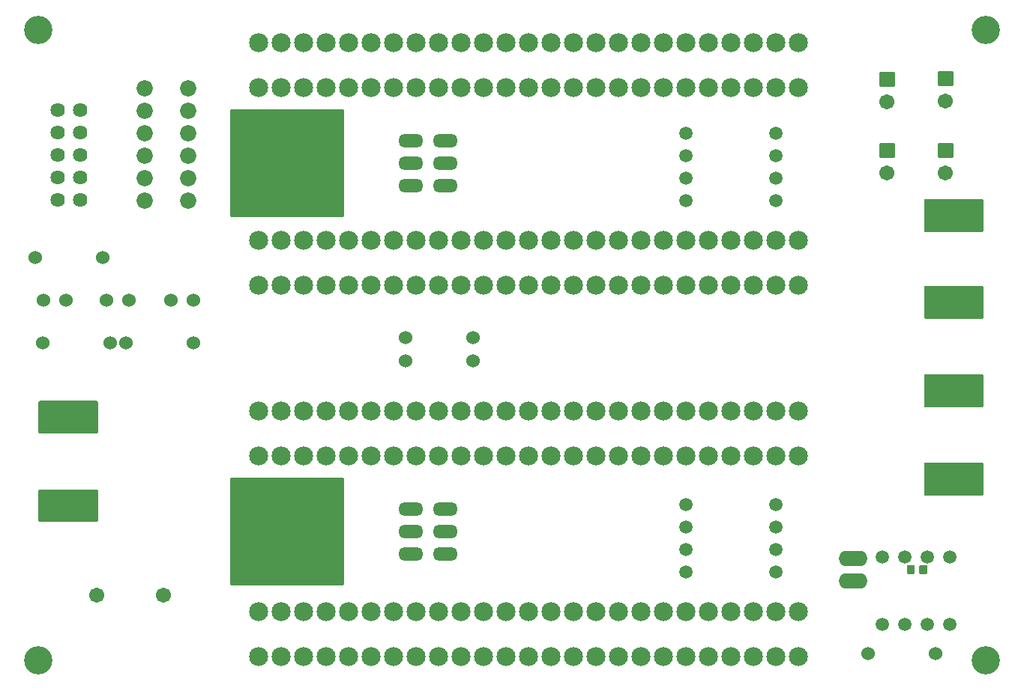
<source format=gbr>
%TF.GenerationSoftware,KiCad,Pcbnew,(5.1.10)-1*%
%TF.CreationDate,2022-07-08T17:57:12+09:00*%
%TF.ProjectId,PowerUnit-Bseries(ver1.0),506f7765-7255-46e6-9974-2d4273657269,rev?*%
%TF.SameCoordinates,Original*%
%TF.FileFunction,Soldermask,Bot*%
%TF.FilePolarity,Negative*%
%FSLAX46Y46*%
G04 Gerber Fmt 4.6, Leading zero omitted, Abs format (unit mm)*
G04 Created by KiCad (PCBNEW (5.1.10)-1) date 2022-07-08 17:57:12*
%MOMM*%
%LPD*%
G01*
G04 APERTURE LIST*
%ADD10C,1.524000*%
%ADD11C,1.711200*%
%ADD12C,2.153200*%
%ADD13C,1.841500*%
%ADD14O,3.251200X1.727200*%
%ADD15C,1.511200*%
%ADD16C,1.625600*%
%ADD17O,2.819200X1.511200*%
%ADD18C,3.200000*%
G04 APERTURE END LIST*
D10*
%TO.C,R6*%
X188830000Y-139740000D03*
X196450000Y-139740000D03*
%TD*%
D11*
%TO.C,C1*%
X109224100Y-133105600D03*
X101724100Y-133105600D03*
%TD*%
%TO.C,C2*%
G36*
G01*
X194614500Y-130614600D02*
X194614500Y-129814600D01*
G75*
G02*
X194716100Y-129713000I101600J0D01*
G01*
X195416100Y-129713000D01*
G75*
G02*
X195517700Y-129814600I0J-101600D01*
G01*
X195517700Y-130614600D01*
G75*
G02*
X195416100Y-130716200I-101600J0D01*
G01*
X194716100Y-130716200D01*
G75*
G02*
X194614500Y-130614600I0J101600D01*
G01*
G37*
G36*
G01*
X193214500Y-130614600D02*
X193214500Y-129814600D01*
G75*
G02*
X193316100Y-129713000I101600J0D01*
G01*
X194016100Y-129713000D01*
G75*
G02*
X194117700Y-129814600I0J-101600D01*
G01*
X194117700Y-130614600D01*
G75*
G02*
X194016100Y-130716200I-101600J0D01*
G01*
X193316100Y-130716200D01*
G75*
G02*
X193214500Y-130614600I0J101600D01*
G01*
G37*
%TD*%
%TO.C,CTRL1*%
G36*
G01*
X198354100Y-75539200D02*
X196846100Y-75539200D01*
G75*
G02*
X196744500Y-75437600I0J101600D01*
G01*
X196744500Y-73929600D01*
G75*
G02*
X196846100Y-73828000I101600J0D01*
G01*
X198354100Y-73828000D01*
G75*
G02*
X198455700Y-73929600I0J-101600D01*
G01*
X198455700Y-75437600D01*
G75*
G02*
X198354100Y-75539200I-101600J0D01*
G01*
G37*
X197600100Y-77223600D03*
%TD*%
%TO.C,CTRL2*%
G36*
G01*
X198354100Y-83717200D02*
X196846100Y-83717200D01*
G75*
G02*
X196744500Y-83615600I0J101600D01*
G01*
X196744500Y-82107600D01*
G75*
G02*
X196846100Y-82006000I101600J0D01*
G01*
X198354100Y-82006000D01*
G75*
G02*
X198455700Y-82107600I0J-101600D01*
G01*
X198455700Y-83615600D01*
G75*
G02*
X198354100Y-83717200I-101600J0D01*
G01*
G37*
X197600100Y-85401600D03*
%TD*%
D12*
%TO.C,EDGE1*%
X180941100Y-140043600D03*
X178401100Y-140043600D03*
X175861100Y-140043600D03*
X173321100Y-140043600D03*
X170781100Y-140043600D03*
X168241100Y-140043600D03*
X165701100Y-140043600D03*
X163161100Y-140043600D03*
X160621100Y-140043600D03*
X158081100Y-140043600D03*
X155541100Y-140043600D03*
X153001100Y-140043600D03*
X150461100Y-140043600D03*
X147921100Y-140043600D03*
X145381100Y-140043600D03*
X142841100Y-140043600D03*
X140301100Y-140043600D03*
X137761100Y-140043600D03*
X135221100Y-140043600D03*
X132681100Y-140043600D03*
X130141100Y-140043600D03*
X127601100Y-140043600D03*
X125061100Y-140043600D03*
X122521100Y-140043600D03*
X119981100Y-140043600D03*
X119981100Y-134963600D03*
X122521100Y-134963600D03*
X125061100Y-134963600D03*
X127601100Y-134963600D03*
X130141100Y-134963600D03*
X132681100Y-134963600D03*
X135221100Y-134963600D03*
X137761100Y-134963600D03*
X140301100Y-134963600D03*
X142841100Y-134963600D03*
X145381100Y-134963600D03*
X147921100Y-134963600D03*
X150461100Y-134963600D03*
X153001100Y-134963600D03*
X155541100Y-134963600D03*
X158081100Y-134963600D03*
X160621100Y-134963600D03*
X163161100Y-134963600D03*
X165701100Y-134963600D03*
X168241100Y-134963600D03*
X170781100Y-134963600D03*
X173321100Y-134963600D03*
X175861100Y-134963600D03*
X178401100Y-134963600D03*
X180941100Y-134963600D03*
%TD*%
%TO.C,EDGE2*%
X180941100Y-117343600D03*
X178401100Y-117343600D03*
X175861100Y-117343600D03*
X173321100Y-117343600D03*
X170781100Y-117343600D03*
X168241100Y-117343600D03*
X165701100Y-117343600D03*
X163161100Y-117343600D03*
X160621100Y-117343600D03*
X158081100Y-117343600D03*
X155541100Y-117343600D03*
X153001100Y-117343600D03*
X150461100Y-117343600D03*
X147921100Y-117343600D03*
X145381100Y-117343600D03*
X142841100Y-117343600D03*
X140301100Y-117343600D03*
X137761100Y-117343600D03*
X135221100Y-117343600D03*
X132681100Y-117343600D03*
X130141100Y-117343600D03*
X127601100Y-117343600D03*
X125061100Y-117343600D03*
X122521100Y-117343600D03*
X119981100Y-117343600D03*
X119981100Y-112263600D03*
X122521100Y-112263600D03*
X125061100Y-112263600D03*
X127601100Y-112263600D03*
X130141100Y-112263600D03*
X132681100Y-112263600D03*
X135221100Y-112263600D03*
X137761100Y-112263600D03*
X140301100Y-112263600D03*
X142841100Y-112263600D03*
X145381100Y-112263600D03*
X147921100Y-112263600D03*
X150461100Y-112263600D03*
X153001100Y-112263600D03*
X155541100Y-112263600D03*
X158081100Y-112263600D03*
X160621100Y-112263600D03*
X163161100Y-112263600D03*
X165701100Y-112263600D03*
X168241100Y-112263600D03*
X170781100Y-112263600D03*
X173321100Y-112263600D03*
X175861100Y-112263600D03*
X178401100Y-112263600D03*
X180941100Y-112263600D03*
%TD*%
%TO.C,EDGE3*%
X180941100Y-98043600D03*
X178401100Y-98043600D03*
X175861100Y-98043600D03*
X173321100Y-98043600D03*
X170781100Y-98043600D03*
X168241100Y-98043600D03*
X165701100Y-98043600D03*
X163161100Y-98043600D03*
X160621100Y-98043600D03*
X158081100Y-98043600D03*
X155541100Y-98043600D03*
X153001100Y-98043600D03*
X150461100Y-98043600D03*
X147921100Y-98043600D03*
X145381100Y-98043600D03*
X142841100Y-98043600D03*
X140301100Y-98043600D03*
X137761100Y-98043600D03*
X135221100Y-98043600D03*
X132681100Y-98043600D03*
X130141100Y-98043600D03*
X127601100Y-98043600D03*
X125061100Y-98043600D03*
X122521100Y-98043600D03*
X119981100Y-98043600D03*
X119981100Y-92963600D03*
X122521100Y-92963600D03*
X125061100Y-92963600D03*
X127601100Y-92963600D03*
X130141100Y-92963600D03*
X132681100Y-92963600D03*
X135221100Y-92963600D03*
X137761100Y-92963600D03*
X140301100Y-92963600D03*
X142841100Y-92963600D03*
X145381100Y-92963600D03*
X147921100Y-92963600D03*
X150461100Y-92963600D03*
X153001100Y-92963600D03*
X155541100Y-92963600D03*
X158081100Y-92963600D03*
X160621100Y-92963600D03*
X163161100Y-92963600D03*
X165701100Y-92963600D03*
X168241100Y-92963600D03*
X170781100Y-92963600D03*
X173321100Y-92963600D03*
X175861100Y-92963600D03*
X178401100Y-92963600D03*
X180941100Y-92963600D03*
%TD*%
%TO.C,EDGE4*%
X180941100Y-75743600D03*
X178401100Y-75743600D03*
X175861100Y-75743600D03*
X173321100Y-75743600D03*
X170781100Y-75743600D03*
X168241100Y-75743600D03*
X165701100Y-75743600D03*
X163161100Y-75743600D03*
X160621100Y-75743600D03*
X158081100Y-75743600D03*
X155541100Y-75743600D03*
X153001100Y-75743600D03*
X150461100Y-75743600D03*
X147921100Y-75743600D03*
X145381100Y-75743600D03*
X142841100Y-75743600D03*
X140301100Y-75743600D03*
X137761100Y-75743600D03*
X135221100Y-75743600D03*
X132681100Y-75743600D03*
X130141100Y-75743600D03*
X127601100Y-75743600D03*
X125061100Y-75743600D03*
X122521100Y-75743600D03*
X119981100Y-75743600D03*
X119981100Y-70663600D03*
X122521100Y-70663600D03*
X125061100Y-70663600D03*
X127601100Y-70663600D03*
X130141100Y-70663600D03*
X132681100Y-70663600D03*
X135221100Y-70663600D03*
X137761100Y-70663600D03*
X140301100Y-70663600D03*
X142841100Y-70663600D03*
X145381100Y-70663600D03*
X147921100Y-70663600D03*
X150461100Y-70663600D03*
X153001100Y-70663600D03*
X155541100Y-70663600D03*
X158081100Y-70663600D03*
X160621100Y-70663600D03*
X163161100Y-70663600D03*
X165701100Y-70663600D03*
X168241100Y-70663600D03*
X170781100Y-70663600D03*
X173321100Y-70663600D03*
X175861100Y-70663600D03*
X178401100Y-70663600D03*
X180941100Y-70663600D03*
%TD*%
D13*
%TO.C,EDGE5*%
X107178400Y-88533600D03*
X107178400Y-85993600D03*
X107178400Y-83453600D03*
X107178400Y-80913600D03*
X107178400Y-78373600D03*
X107178400Y-75833600D03*
X112029800Y-75833600D03*
X112029800Y-78373600D03*
X112029800Y-80913600D03*
X112029800Y-83453600D03*
X112029800Y-85993600D03*
X112029800Y-88533600D03*
%TD*%
%TO.C,IN-*%
G36*
G01*
X95149500Y-114753600D02*
X95149500Y-111253600D01*
G75*
G02*
X95251100Y-111152000I101600J0D01*
G01*
X101751100Y-111152000D01*
G75*
G02*
X101852700Y-111253600I0J-101600D01*
G01*
X101852700Y-114753600D01*
G75*
G02*
X101751100Y-114855200I-101600J0D01*
G01*
X95251100Y-114855200D01*
G75*
G02*
X95149500Y-114753600I0J101600D01*
G01*
G37*
%TD*%
D14*
%TO.C,JP1*%
X187148100Y-131548600D03*
X187148100Y-129008600D03*
%TD*%
D10*
%TO.C,LED1*%
X98285100Y-99729600D03*
X95745100Y-99729600D03*
%TD*%
%TO.C,LED2*%
X105331100Y-99729600D03*
X102791100Y-99729600D03*
%TD*%
%TO.C,LED3*%
X112631100Y-99729600D03*
X110091100Y-99729600D03*
%TD*%
%TO.C,OUT1-*%
G36*
G01*
X201852700Y-118253600D02*
X201852700Y-121753600D01*
G75*
G02*
X201751100Y-121855200I-101600J0D01*
G01*
X195251100Y-121855200D01*
G75*
G02*
X195149500Y-121753600I0J101600D01*
G01*
X195149500Y-118253600D01*
G75*
G02*
X195251100Y-118152000I101600J0D01*
G01*
X201751100Y-118152000D01*
G75*
G02*
X201852700Y-118253600I0J-101600D01*
G01*
G37*
%TD*%
%TO.C,OUT2-*%
G36*
G01*
X201852700Y-108253600D02*
X201852700Y-111753600D01*
G75*
G02*
X201751100Y-111855200I-101600J0D01*
G01*
X195251100Y-111855200D01*
G75*
G02*
X195149500Y-111753600I0J101600D01*
G01*
X195149500Y-108253600D01*
G75*
G02*
X195251100Y-108152000I101600J0D01*
G01*
X201751100Y-108152000D01*
G75*
G02*
X201852700Y-108253600I0J-101600D01*
G01*
G37*
%TD*%
%TO.C,OUT3-*%
G36*
G01*
X201852700Y-98253600D02*
X201852700Y-101753600D01*
G75*
G02*
X201751100Y-101855200I-101600J0D01*
G01*
X195251100Y-101855200D01*
G75*
G02*
X195149500Y-101753600I0J101600D01*
G01*
X195149500Y-98253600D01*
G75*
G02*
X195251100Y-98152000I101600J0D01*
G01*
X201751100Y-98152000D01*
G75*
G02*
X201852700Y-98253600I0J-101600D01*
G01*
G37*
%TD*%
%TO.C,OUT4-*%
G36*
G01*
X201852700Y-88453600D02*
X201852700Y-91953600D01*
G75*
G02*
X201751100Y-92055200I-101600J0D01*
G01*
X195251100Y-92055200D01*
G75*
G02*
X195149500Y-91953600I0J101600D01*
G01*
X195149500Y-88453600D01*
G75*
G02*
X195251100Y-88352000I101600J0D01*
G01*
X201751100Y-88352000D01*
G75*
G02*
X201852700Y-88453600I0J-101600D01*
G01*
G37*
%TD*%
D15*
%TO.C,P-1*%
X178393100Y-130503600D03*
X168233100Y-130503600D03*
%TD*%
%TO.C,P-2*%
X178393100Y-127963600D03*
X168233100Y-127963600D03*
%TD*%
%TO.C,P-3*%
X178393100Y-125423600D03*
X168233100Y-125423600D03*
%TD*%
%TO.C,P-4*%
X178393100Y-122883600D03*
X168233100Y-122883600D03*
%TD*%
%TO.C,P-5*%
X168290100Y-88503600D03*
X178450100Y-88503600D03*
%TD*%
%TO.C,P-6*%
X168290100Y-85963600D03*
X178450100Y-85963600D03*
%TD*%
%TO.C,P-7*%
X168290100Y-83423600D03*
X178450100Y-83423600D03*
%TD*%
%TO.C,P-8*%
X168290100Y-80883600D03*
X178450100Y-80883600D03*
%TD*%
D10*
%TO.C,R1*%
X102425100Y-94915600D03*
X94805100Y-94915600D03*
%TD*%
%TO.C,R2*%
X103274100Y-104633600D03*
X95654100Y-104633600D03*
%TD*%
%TO.C,R3*%
X136569100Y-104024600D03*
X144189100Y-104024600D03*
%TD*%
%TO.C,R4*%
X144189100Y-106601600D03*
X136569100Y-106601600D03*
%TD*%
%TO.C,R5*%
X104985100Y-104633600D03*
X112605100Y-104633600D03*
%TD*%
D16*
%TO.C,SV1*%
X99853100Y-88390600D03*
X97313100Y-88390600D03*
X99853100Y-85850600D03*
X97313100Y-85850600D03*
X99853100Y-83310600D03*
X97313100Y-83310600D03*
X99853100Y-80770600D03*
X97313100Y-80770600D03*
X99853100Y-78230600D03*
X97313100Y-78230600D03*
%TD*%
D11*
%TO.C,SWITCH*%
X190997100Y-77350600D03*
G36*
G01*
X191751100Y-75666200D02*
X190243100Y-75666200D01*
G75*
G02*
X190141500Y-75564600I0J101600D01*
G01*
X190141500Y-74056600D01*
G75*
G02*
X190243100Y-73955000I101600J0D01*
G01*
X191751100Y-73955000D01*
G75*
G02*
X191852700Y-74056600I0J-101600D01*
G01*
X191852700Y-75564600D01*
G75*
G02*
X191751100Y-75666200I-101600J0D01*
G01*
G37*
%TD*%
%TO.C,THRU-*%
G36*
G01*
X95149500Y-124753600D02*
X95149500Y-121253600D01*
G75*
G02*
X95251100Y-121152000I101600J0D01*
G01*
X101751100Y-121152000D01*
G75*
G02*
X101852700Y-121253600I0J-101600D01*
G01*
X101852700Y-124753600D01*
G75*
G02*
X101751100Y-124855200I-101600J0D01*
G01*
X95251100Y-124855200D01*
G75*
G02*
X95149500Y-124753600I0J101600D01*
G01*
G37*
%TD*%
%TO.C,THRU*%
X190997100Y-85401600D03*
G36*
G01*
X191751100Y-83717200D02*
X190243100Y-83717200D01*
G75*
G02*
X190141500Y-83615600I0J101600D01*
G01*
X190141500Y-82107600D01*
G75*
G02*
X190243100Y-82006000I101600J0D01*
G01*
X191751100Y-82006000D01*
G75*
G02*
X191852700Y-82107600I0J-101600D01*
G01*
X191852700Y-83615600D01*
G75*
G02*
X191751100Y-83717200I-101600J0D01*
G01*
G37*
%TD*%
D15*
%TO.C,TLP1*%
X190449100Y-136391600D03*
X192989100Y-136391600D03*
X195529100Y-136391600D03*
X198069100Y-136391600D03*
X198069100Y-128771600D03*
X195529100Y-128771600D03*
X192989100Y-128771600D03*
X190449100Y-128771600D03*
%TD*%
D17*
%TO.C,IRLB3813*%
X137231100Y-125933600D03*
X137231100Y-123393600D03*
X137231100Y-128473600D03*
G36*
G01*
X129687300Y-119964599D02*
X129687300Y-131902601D01*
G75*
G02*
X129585701Y-132004200I-101599J0D01*
G01*
X116885699Y-132004200D01*
G75*
G02*
X116784100Y-131902601I0J101599D01*
G01*
X116784100Y-119964599D01*
G75*
G02*
X116885699Y-119863000I101599J0D01*
G01*
X129585701Y-119863000D01*
G75*
G02*
X129687300Y-119964599I0J-101599D01*
G01*
G37*
%TD*%
%TO.C,IRLB3813*%
X141071100Y-125933600D03*
X141071100Y-123393600D03*
X141071100Y-128473600D03*
%TD*%
%TO.C,IRLB3813*%
X141071100Y-84266600D03*
X141071100Y-81726600D03*
X141071100Y-86806600D03*
%TD*%
%TO.C,IRLB3813*%
X137231100Y-84266600D03*
X137231100Y-81726600D03*
X137231100Y-86806600D03*
G36*
G01*
X129687300Y-78297599D02*
X129687300Y-90235601D01*
G75*
G02*
X129585701Y-90337200I-101599J0D01*
G01*
X116885699Y-90337200D01*
G75*
G02*
X116784100Y-90235601I0J101599D01*
G01*
X116784100Y-78297599D01*
G75*
G02*
X116885699Y-78196000I101599J0D01*
G01*
X129585701Y-78196000D01*
G75*
G02*
X129687300Y-78297599I0J-101599D01*
G01*
G37*
%TD*%
D18*
%TO.C,H1*%
X95151100Y-140503600D03*
%TD*%
%TO.C,H2*%
X95151100Y-69233600D03*
%TD*%
%TO.C,H3*%
X202151100Y-140503600D03*
%TD*%
%TO.C,H4*%
X202151100Y-69233600D03*
%TD*%
M02*

</source>
